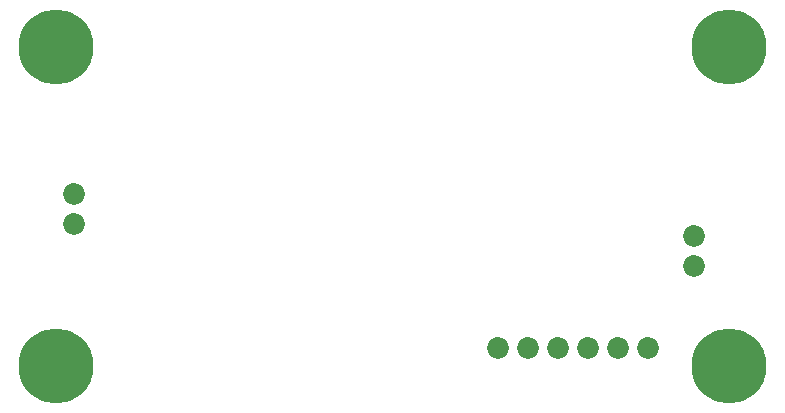
<source format=gbs>
G04*
G04 #@! TF.GenerationSoftware,Altium Limited,Altium Designer,18.1.11 (251)*
G04*
G04 Layer_Color=16711935*
%FSLAX25Y25*%
%MOIN*%
G70*
G01*
G75*
%ADD46C,0.25000*%
%ADD47C,0.07284*%
D46*
X15748Y122047D02*
D03*
Y15748D02*
D03*
X240158D02*
D03*
Y122047D02*
D03*
D47*
X212913Y21654D02*
D03*
X192913D02*
D03*
X202913D02*
D03*
X162913D02*
D03*
X182913D02*
D03*
X172913D02*
D03*
X228346Y58819D02*
D03*
Y48819D02*
D03*
X21654Y72992D02*
D03*
Y62992D02*
D03*
M02*

</source>
